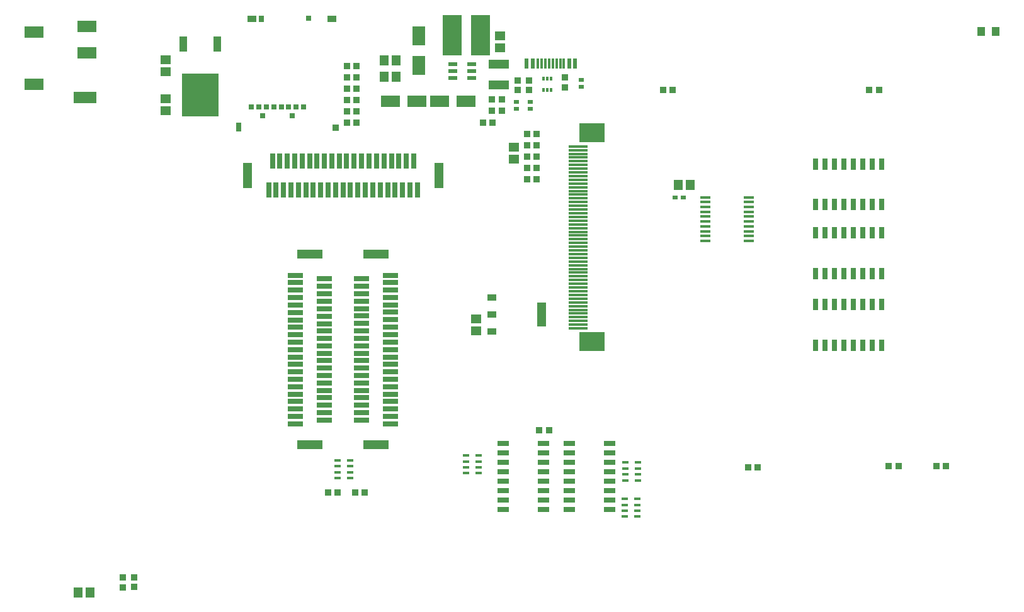
<source format=gtp>
G04*
G04 #@! TF.GenerationSoftware,Altium Limited,Altium Designer,21.8.1 (53)*
G04*
G04 Layer_Color=8421504*
%FSLAX25Y25*%
%MOIN*%
G70*
G04*
G04 #@! TF.SameCoordinates,5834F34B-C4A2-4629-ADC7-1C587854752A*
G04*
G04*
G04 #@! TF.FilePolarity,Positive*
G04*
G01*
G75*
%ADD18R,0.13400X0.05100*%
%ADD19R,0.08200X0.02800*%
%ADD20R,0.09843X0.21654*%
%ADD21R,0.06693X0.09843*%
%ADD22R,0.04724X0.02362*%
%ADD23R,0.09843X0.06299*%
%ADD24R,0.05118X0.05512*%
%ADD25R,0.19291X0.23032*%
%ADD26R,0.03937X0.08268*%
%ADD27R,0.05512X0.05118*%
%ADD28R,0.03347X0.03740*%
%ADD29R,0.10000X0.06000*%
%ADD30R,0.12000X0.06000*%
%ADD31R,0.03740X0.03347*%
%ADD32R,0.10236X0.01181*%
%ADD33R,0.13780X0.10433*%
%ADD34R,0.03150X0.01968*%
%ADD35R,0.02362X0.05709*%
%ADD36R,0.01181X0.05709*%
%ADD37R,0.01260X0.02205*%
%ADD38R,0.02559X0.06102*%
%ADD39R,0.05118X0.03740*%
%ADD40R,0.05118X0.12795*%
%ADD41R,0.10630X0.05118*%
%ADD42R,0.04724X0.03347*%
%ADD43R,0.02933X0.04528*%
%ADD44R,0.03740X0.03543*%
%ADD45R,0.05118X0.03347*%
%ADD46R,0.02559X0.02953*%
%ADD47R,0.02559X0.03347*%
%ADD48R,0.02756X0.02559*%
%ADD49R,0.02756X0.02953*%
%ADD50R,0.05807X0.01772*%
%ADD51R,0.02953X0.02362*%
%ADD52R,0.06102X0.02559*%
%ADD53R,0.03543X0.01772*%
%ADD54R,0.03937X0.04921*%
%ADD55R,0.02520X0.02362*%
%ADD56R,0.05100X0.13400*%
%ADD57R,0.02800X0.08200*%
D18*
X388480Y226786D02*
D03*
Y327986D02*
D03*
X423547Y226837D02*
D03*
Y328037D02*
D03*
D19*
X380780Y316686D02*
D03*
X396180Y314786D02*
D03*
X380780Y312786D02*
D03*
X396180Y310786D02*
D03*
X380780Y308886D02*
D03*
X396180Y306886D02*
D03*
X380780Y304886D02*
D03*
X396180Y302986D02*
D03*
X380780Y300986D02*
D03*
X396180Y298986D02*
D03*
X380780Y297086D02*
D03*
X396180Y295086D02*
D03*
X380780Y293086D02*
D03*
X396180Y291086D02*
D03*
X380780Y289186D02*
D03*
X396180Y287186D02*
D03*
X380780Y285186D02*
D03*
X396180Y283286D02*
D03*
X380780Y281286D02*
D03*
X396180Y279286D02*
D03*
X380780Y277386D02*
D03*
X396180Y275386D02*
D03*
X380780Y273386D02*
D03*
X396180Y271486D02*
D03*
X380780Y269486D02*
D03*
X396180Y267486D02*
D03*
X380780Y265586D02*
D03*
X396180Y263586D02*
D03*
X380780Y261586D02*
D03*
X396180Y259686D02*
D03*
X380780Y257686D02*
D03*
X396180Y255686D02*
D03*
X380780Y253686D02*
D03*
X396180Y251786D02*
D03*
X380780Y249786D02*
D03*
X396180Y247786D02*
D03*
X380780Y245886D02*
D03*
X396180Y243886D02*
D03*
X380780Y241886D02*
D03*
X396180Y239986D02*
D03*
X380780Y237986D02*
D03*
X431247Y316737D02*
D03*
X415847Y314837D02*
D03*
X431247Y312837D02*
D03*
X415847Y310837D02*
D03*
X431247Y308937D02*
D03*
X415847Y306937D02*
D03*
X431247Y304937D02*
D03*
X415847Y303037D02*
D03*
X431247Y301037D02*
D03*
X415847Y299037D02*
D03*
X431247Y297137D02*
D03*
X415847Y295137D02*
D03*
X431247Y293137D02*
D03*
X415847Y291137D02*
D03*
X431247Y289237D02*
D03*
X415847Y287237D02*
D03*
X431247Y285237D02*
D03*
X415847Y283337D02*
D03*
X431247Y281337D02*
D03*
X415847Y279337D02*
D03*
X431247Y277437D02*
D03*
X415847Y275437D02*
D03*
X431247Y273437D02*
D03*
X415847Y271537D02*
D03*
X431247Y269537D02*
D03*
X415847Y267537D02*
D03*
X431247Y265637D02*
D03*
X415847Y263637D02*
D03*
X431247Y261637D02*
D03*
X415847Y259737D02*
D03*
X431247Y257737D02*
D03*
X415847Y255737D02*
D03*
X431247Y253737D02*
D03*
X415847Y251837D02*
D03*
X431247Y249837D02*
D03*
X415847Y247837D02*
D03*
X431247Y245937D02*
D03*
X415847Y243937D02*
D03*
X431247Y241937D02*
D03*
X415847Y240037D02*
D03*
X431247Y238037D02*
D03*
D20*
X478858Y444000D02*
D03*
X463858Y444000D02*
D03*
D21*
X446000Y428000D02*
D03*
Y443748D02*
D03*
D22*
X464079Y428740D02*
D03*
X464079Y425000D02*
D03*
X464079Y421260D02*
D03*
X473921Y421260D02*
D03*
Y425000D02*
D03*
X473921Y428740D02*
D03*
D23*
X431220Y409000D02*
D03*
X445000D02*
D03*
X457221Y409000D02*
D03*
X471000D02*
D03*
D24*
X427701Y422000D02*
D03*
X434000D02*
D03*
X427701Y430500D02*
D03*
X434000D02*
D03*
X265759Y148753D02*
D03*
X272058D02*
D03*
X583350Y364500D02*
D03*
X589650D02*
D03*
D25*
X330500Y412354D02*
D03*
D26*
X321524Y439126D02*
D03*
X339476D02*
D03*
D27*
X312000Y410299D02*
D03*
Y404000D02*
D03*
Y430799D02*
D03*
Y424500D02*
D03*
X489000Y437201D02*
D03*
X489000Y443500D02*
D03*
X476500Y293650D02*
D03*
Y287350D02*
D03*
X496560Y378376D02*
D03*
Y384676D02*
D03*
D28*
X413118Y415500D02*
D03*
X408000D02*
D03*
X413118Y409500D02*
D03*
X408000D02*
D03*
X413118Y397500D02*
D03*
X408000D02*
D03*
X413118Y427500D02*
D03*
X408000D02*
D03*
X413118Y421500D02*
D03*
X408000D02*
D03*
X413118Y403500D02*
D03*
X408000D02*
D03*
X700000Y215500D02*
D03*
X694882D02*
D03*
X479941Y397500D02*
D03*
X485059D02*
D03*
X490000Y410000D02*
D03*
X484882D02*
D03*
X490000Y404000D02*
D03*
X484882D02*
D03*
X508500Y367500D02*
D03*
X503382D02*
D03*
X508500Y373500D02*
D03*
X503382D02*
D03*
X508500Y379500D02*
D03*
X503382D02*
D03*
X508500Y385500D02*
D03*
X503382D02*
D03*
X508500Y391500D02*
D03*
X503382D02*
D03*
X515000Y234500D02*
D03*
X509882D02*
D03*
X398000Y201500D02*
D03*
X403118D02*
D03*
X417559D02*
D03*
X412441D02*
D03*
X580500Y415000D02*
D03*
X575382D02*
D03*
X684500D02*
D03*
X689618D02*
D03*
X725059Y215500D02*
D03*
X719941D02*
D03*
X620382Y215000D02*
D03*
X625500D02*
D03*
D29*
X242324Y445576D02*
D03*
Y418016D02*
D03*
X270276Y434552D02*
D03*
Y448725D02*
D03*
D30*
X269434Y410859D02*
D03*
D31*
X523500Y416382D02*
D03*
Y421500D02*
D03*
X504500Y414941D02*
D03*
Y420059D02*
D03*
X498500Y420000D02*
D03*
Y414882D02*
D03*
X295500Y151500D02*
D03*
Y156618D02*
D03*
X289500Y151382D02*
D03*
Y156500D02*
D03*
D32*
X530315Y349606D02*
D03*
X530315Y353543D02*
D03*
X530315Y355512D02*
D03*
Y347638D02*
D03*
Y351575D02*
D03*
X530315Y377165D02*
D03*
Y365354D02*
D03*
X530315Y316142D02*
D03*
Y304331D02*
D03*
Y373228D02*
D03*
Y357480D02*
D03*
Y306299D02*
D03*
Y298425D02*
D03*
Y367323D02*
D03*
X530315Y288583D02*
D03*
X530315Y318110D02*
D03*
X530315Y385039D02*
D03*
X530315Y320079D02*
D03*
X530315Y312205D02*
D03*
X530315Y375197D02*
D03*
X530315Y310236D02*
D03*
Y314173D02*
D03*
X530315Y359449D02*
D03*
Y369291D02*
D03*
Y371260D02*
D03*
Y296457D02*
D03*
Y302362D02*
D03*
Y322047D02*
D03*
Y300394D02*
D03*
X530315Y379134D02*
D03*
Y381102D02*
D03*
X530315Y292520D02*
D03*
Y294488D02*
D03*
Y308268D02*
D03*
X530315Y290551D02*
D03*
Y383071D02*
D03*
X530315Y361417D02*
D03*
X530315Y363386D02*
D03*
Y341732D02*
D03*
Y339764D02*
D03*
X530315Y343701D02*
D03*
Y335827D02*
D03*
Y337795D02*
D03*
Y345669D02*
D03*
Y329921D02*
D03*
X530315Y333858D02*
D03*
Y331890D02*
D03*
Y327953D02*
D03*
Y325984D02*
D03*
X530315Y324016D02*
D03*
D33*
X537773Y281447D02*
D03*
Y392175D02*
D03*
D34*
X497913Y405000D02*
D03*
Y408543D02*
D03*
X505000D02*
D03*
Y405000D02*
D03*
D35*
X503205Y428941D02*
D03*
X506354D02*
D03*
X525646D02*
D03*
X528795D02*
D03*
D36*
X509110Y428941D02*
D03*
X511079D02*
D03*
X513047D02*
D03*
X515016Y428941D02*
D03*
X522890Y428941D02*
D03*
X520921D02*
D03*
X518953D02*
D03*
X516984Y428941D02*
D03*
D37*
X512000Y421000D02*
D03*
X515937Y414819D02*
D03*
X513969D02*
D03*
X512000D02*
D03*
X513969Y421000D02*
D03*
X515937D02*
D03*
D38*
X656000Y301228D02*
D03*
X661000Y301228D02*
D03*
X666000Y301228D02*
D03*
X671000D02*
D03*
X676000D02*
D03*
X681000D02*
D03*
X686000Y301228D02*
D03*
X691000Y301228D02*
D03*
Y279772D02*
D03*
X686000Y279772D02*
D03*
X681000Y279772D02*
D03*
X676000D02*
D03*
X671000D02*
D03*
X666000D02*
D03*
X661000Y279772D02*
D03*
X656000Y279772D02*
D03*
Y375728D02*
D03*
X661000Y375728D02*
D03*
X666000Y375728D02*
D03*
X671000D02*
D03*
X676000D02*
D03*
X681000D02*
D03*
X686000Y375728D02*
D03*
X691000Y375728D02*
D03*
Y354272D02*
D03*
X686000Y354272D02*
D03*
X681000Y354272D02*
D03*
X676000D02*
D03*
X671000D02*
D03*
X666000D02*
D03*
X661000Y354272D02*
D03*
X656000Y354272D02*
D03*
Y317772D02*
D03*
X661000Y317772D02*
D03*
X666000Y317772D02*
D03*
X671000D02*
D03*
X676000D02*
D03*
X681000D02*
D03*
X686000Y317772D02*
D03*
X691000Y317772D02*
D03*
Y339228D02*
D03*
X686000Y339228D02*
D03*
X681000Y339228D02*
D03*
X676000D02*
D03*
X671000D02*
D03*
X666000D02*
D03*
X661000Y339228D02*
D03*
X656000Y339228D02*
D03*
D39*
X484811Y305016D02*
D03*
Y296000D02*
D03*
Y286984D02*
D03*
D40*
X511189Y296000D02*
D03*
D41*
X488500Y417500D02*
D03*
X488500Y428524D02*
D03*
D42*
X357772Y452756D02*
D03*
D43*
X350894Y395276D02*
D03*
D44*
X402213Y394980D02*
D03*
D45*
X400000Y452756D02*
D03*
D46*
X387646Y452953D02*
D03*
D47*
X362646Y452756D02*
D03*
D48*
X379181Y401181D02*
D03*
X363433D02*
D03*
D49*
X357528Y405905D02*
D03*
X361465D02*
D03*
X365402D02*
D03*
X369339D02*
D03*
X373276D02*
D03*
X377213D02*
D03*
X381150D02*
D03*
X385087D02*
D03*
D50*
X620867Y358016D02*
D03*
Y355457D02*
D03*
Y352898D02*
D03*
Y350339D02*
D03*
Y347779D02*
D03*
Y345220D02*
D03*
Y342661D02*
D03*
Y340102D02*
D03*
Y337543D02*
D03*
Y334984D02*
D03*
X597733D02*
D03*
Y337543D02*
D03*
Y340102D02*
D03*
Y342661D02*
D03*
Y345220D02*
D03*
Y347779D02*
D03*
Y350339D02*
D03*
Y352898D02*
D03*
Y355457D02*
D03*
Y358016D02*
D03*
D51*
X581636Y357900D02*
D03*
X586164D02*
D03*
D52*
X490772Y227500D02*
D03*
X490772Y222500D02*
D03*
X490772Y217500D02*
D03*
Y212500D02*
D03*
Y207500D02*
D03*
Y202500D02*
D03*
X490772Y197500D02*
D03*
X490772Y192500D02*
D03*
X512228D02*
D03*
X512228Y197500D02*
D03*
X512228Y202500D02*
D03*
Y207500D02*
D03*
Y212500D02*
D03*
Y217500D02*
D03*
X512228Y222500D02*
D03*
X512228Y227500D02*
D03*
X547228Y192500D02*
D03*
X547228Y197500D02*
D03*
X547228Y202500D02*
D03*
Y207500D02*
D03*
Y212500D02*
D03*
Y217500D02*
D03*
X547228Y222500D02*
D03*
X547228Y227500D02*
D03*
X525772Y227500D02*
D03*
X525772Y222500D02*
D03*
X525772Y217500D02*
D03*
X525772Y212500D02*
D03*
Y207500D02*
D03*
X525772Y202500D02*
D03*
X525772Y197500D02*
D03*
X525772Y192500D02*
D03*
D53*
X471153Y214925D02*
D03*
Y211776D02*
D03*
Y221224D02*
D03*
Y218075D02*
D03*
X477846D02*
D03*
Y221224D02*
D03*
Y211776D02*
D03*
Y214925D02*
D03*
X403154Y212425D02*
D03*
Y209276D02*
D03*
Y218724D02*
D03*
Y215575D02*
D03*
X409846D02*
D03*
Y218724D02*
D03*
Y209276D02*
D03*
Y212425D02*
D03*
X562000Y214299D02*
D03*
Y217449D02*
D03*
Y208000D02*
D03*
Y211150D02*
D03*
X555307D02*
D03*
Y208000D02*
D03*
Y217449D02*
D03*
Y214299D02*
D03*
X561846Y195075D02*
D03*
Y198224D02*
D03*
Y188776D02*
D03*
Y191925D02*
D03*
X555154D02*
D03*
Y188776D02*
D03*
Y198224D02*
D03*
Y195075D02*
D03*
D54*
X751500Y446000D02*
D03*
X743626D02*
D03*
D55*
X532000Y416768D02*
D03*
Y420232D02*
D03*
D56*
X355388Y369725D02*
D03*
X456588D02*
D03*
D57*
X445288Y362025D02*
D03*
X443388Y377425D02*
D03*
X441388Y362025D02*
D03*
X439388Y377425D02*
D03*
X437488Y362025D02*
D03*
X435488Y377425D02*
D03*
X433488Y362025D02*
D03*
X431588Y377425D02*
D03*
X429588Y362025D02*
D03*
X427588Y377425D02*
D03*
X425688Y362025D02*
D03*
X423688Y377425D02*
D03*
X421688Y362025D02*
D03*
X419688Y377425D02*
D03*
X417788Y362025D02*
D03*
X415788Y377425D02*
D03*
X413788Y362025D02*
D03*
X411888Y377425D02*
D03*
X409888Y362025D02*
D03*
X407888Y377425D02*
D03*
X405988Y362025D02*
D03*
X403988Y377425D02*
D03*
X401988Y362025D02*
D03*
X400088Y377425D02*
D03*
X398088Y362025D02*
D03*
X396088Y377425D02*
D03*
X394188Y362025D02*
D03*
X392188Y377425D02*
D03*
X390188Y362025D02*
D03*
X388288Y377425D02*
D03*
X386288Y362025D02*
D03*
X384288Y377425D02*
D03*
X382288Y362025D02*
D03*
X380388Y377425D02*
D03*
X378388Y362025D02*
D03*
X376388Y377425D02*
D03*
X374488Y362025D02*
D03*
X372488Y377425D02*
D03*
X370488Y362025D02*
D03*
X368588Y377425D02*
D03*
X366588Y362025D02*
D03*
M02*

</source>
